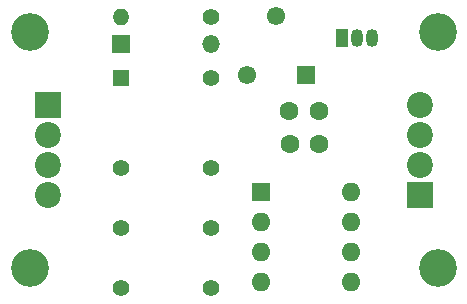
<source format=gbr>
%TF.GenerationSoftware,KiCad,Pcbnew,(5.1.12)-1*%
%TF.CreationDate,2022-01-10T13:04:04+01:00*%
%TF.ProjectId,trainCatcherRelay,74726169-6e43-4617-9463-68657252656c,rev?*%
%TF.SameCoordinates,Original*%
%TF.FileFunction,Soldermask,Bot*%
%TF.FilePolarity,Negative*%
%FSLAX46Y46*%
G04 Gerber Fmt 4.6, Leading zero omitted, Abs format (unit mm)*
G04 Created by KiCad (PCBNEW (5.1.12)-1) date 2022-01-10 13:04:04*
%MOMM*%
%LPD*%
G01*
G04 APERTURE LIST*
%ADD10C,1.550000*%
%ADD11R,1.550000X1.550000*%
%ADD12C,1.600000*%
%ADD13C,1.400000*%
%ADD14R,1.400000X1.400000*%
%ADD15R,1.050000X1.500000*%
%ADD16O,1.050000X1.500000*%
%ADD17C,3.200000*%
%ADD18O,1.600000X1.600000*%
%ADD19R,1.600000X1.600000*%
%ADD20O,1.400000X1.400000*%
%ADD21C,2.200000*%
%ADD22R,2.200000X2.200000*%
%ADD23O,1.500000X1.500000*%
%ADD24R,1.500000X1.500000*%
G04 APERTURE END LIST*
D10*
%TO.C,RV1*%
X147360000Y63801000D03*
D11*
X149860000Y58801000D03*
D10*
X144860000Y58801000D03*
%TD*%
D12*
%TO.C,C2*%
X148463000Y55793000D03*
X150963000Y55793000D03*
%TD*%
D13*
%TO.C,K1*%
X141859000Y50927000D03*
X141859000Y40767000D03*
X141859000Y45847000D03*
X134239000Y50927000D03*
X134239000Y40767000D03*
X134239000Y45847000D03*
X141859000Y58547000D03*
D14*
X134239000Y58547000D03*
%TD*%
D15*
%TO.C,Q1*%
X152908000Y61976000D03*
D16*
X155448000Y61976000D03*
X154178000Y61976000D03*
%TD*%
D12*
%TO.C,C1*%
X148503000Y52959000D03*
X151003000Y52959000D03*
%TD*%
D17*
%TO.C,REF\u002A\u002A*%
X161000000Y62500000D03*
%TD*%
%TO.C,REF\u002A\u002A*%
X161000000Y42500000D03*
%TD*%
%TO.C,REF\u002A\u002A*%
X126500000Y62500000D03*
%TD*%
%TO.C,REF\u002A\u002A*%
X126500000Y42500000D03*
%TD*%
D18*
%TO.C,U1*%
X153670000Y48895000D03*
X146050000Y41275000D03*
X153670000Y46355000D03*
X146050000Y43815000D03*
X153670000Y43815000D03*
X146050000Y46355000D03*
X153670000Y41275000D03*
D19*
X146050000Y48895000D03*
%TD*%
D20*
%TO.C,R1*%
X134239000Y63754000D03*
D13*
X141859000Y63754000D03*
%TD*%
D21*
%TO.C,J2*%
X128000000Y48710000D03*
X128000000Y51250000D03*
X128000000Y53790000D03*
D22*
X128000000Y56330000D03*
%TD*%
D21*
%TO.C,J1*%
X159500000Y56290000D03*
X159500000Y53750000D03*
X159500000Y51210000D03*
D22*
X159500000Y48670000D03*
%TD*%
D23*
%TO.C,D1*%
X141859000Y61468000D03*
D24*
X134239000Y61468000D03*
%TD*%
M02*

</source>
